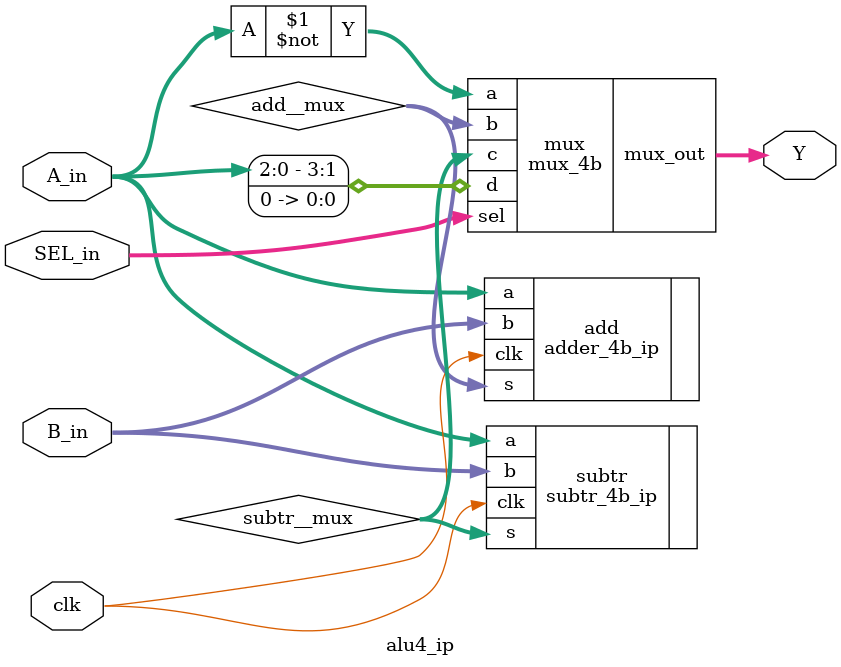
<source format=v>
`timescale 1ns / 1ps
module mux_4b (a, b, c, d, sel, mux_out);
// declare inputs/outputs
// declare inputs/outputs
input [3:0] a;
input [3:0] b;
input [3:0] c;
input [3:0] d;
input [1:0] sel;
output [3:0] mux_out;

// registers
reg [3:0] mux_out;

// update state
always @ (a or b or c or d or sel)
begin
	case (sel)
		2'b00: mux_out = a;
		2'b01: mux_out = b;
		2'b10: mux_out = c;
		2'b11: mux_out = d;
	endcase
end 
endmodule

module alu4_ip(clk, A_in, B_in, SEL_in, Y);
// declare inputs/outputs
input clk;
input [3:0] A_in;
input [3:0] B_in;
input [1:0] SEL_in;
output [3:0] Y;

// interconnects
wire [3:0] add__mux;
wire [3:0] subtr__mux;

// design
adder_4b_ip add (
  .a(A_in), // input [3 : 0] a
  .b(B_in), // input [3 : 0] b
  .clk(clk), // input clk
  .s(add__mux) // output [3 : 0] s
);

subtr_4b_ip subtr (
  .a(A_in), // input [3 : 0] a
  .b(B_in), // input [3 : 0] b
  .clk(clk), // input clk
  .s(subtr__mux) // output [3 : 0] s
);

mux_4b mux (
	.a(~ A_in), 
	.b(add__mux), 
	.c(subtr__mux), 
	.d(A_in << 1), 
	.sel(SEL_in), 
	.mux_out(Y)
);
endmodule

</source>
